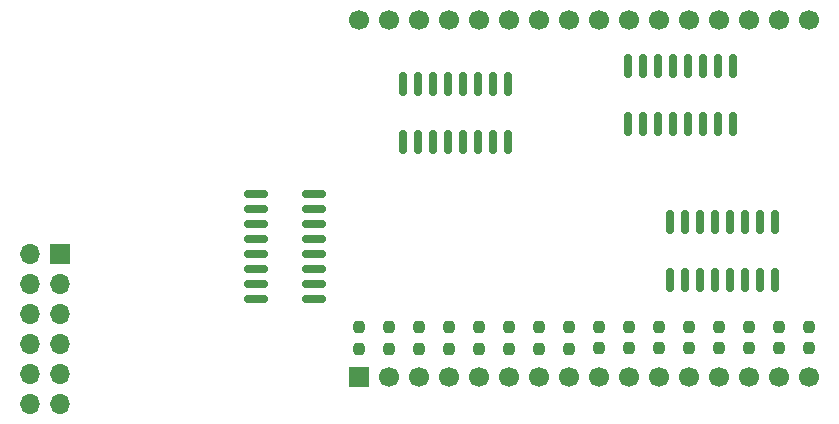
<source format=gbr>
%TF.GenerationSoftware,KiCad,Pcbnew,7.0.2*%
%TF.CreationDate,2023-08-12T01:35:25+09:00*%
%TF.ProjectId,Pmod_Matrix256,506d6f64-5f4d-4617-9472-69783235362e,rev?*%
%TF.SameCoordinates,Original*%
%TF.FileFunction,Soldermask,Top*%
%TF.FilePolarity,Negative*%
%FSLAX46Y46*%
G04 Gerber Fmt 4.6, Leading zero omitted, Abs format (unit mm)*
G04 Created by KiCad (PCBNEW 7.0.2) date 2023-08-12 01:35:25*
%MOMM*%
%LPD*%
G01*
G04 APERTURE LIST*
G04 Aperture macros list*
%AMRoundRect*
0 Rectangle with rounded corners*
0 $1 Rounding radius*
0 $2 $3 $4 $5 $6 $7 $8 $9 X,Y pos of 4 corners*
0 Add a 4 corners polygon primitive as box body*
4,1,4,$2,$3,$4,$5,$6,$7,$8,$9,$2,$3,0*
0 Add four circle primitives for the rounded corners*
1,1,$1+$1,$2,$3*
1,1,$1+$1,$4,$5*
1,1,$1+$1,$6,$7*
1,1,$1+$1,$8,$9*
0 Add four rect primitives between the rounded corners*
20,1,$1+$1,$2,$3,$4,$5,0*
20,1,$1+$1,$4,$5,$6,$7,0*
20,1,$1+$1,$6,$7,$8,$9,0*
20,1,$1+$1,$8,$9,$2,$3,0*%
G04 Aperture macros list end*
%ADD10RoundRect,0.237500X0.237500X-0.250000X0.237500X0.250000X-0.237500X0.250000X-0.237500X-0.250000X0*%
%ADD11RoundRect,0.150000X0.150000X-0.825000X0.150000X0.825000X-0.150000X0.825000X-0.150000X-0.825000X0*%
%ADD12RoundRect,0.150000X-0.150000X0.825000X-0.150000X-0.825000X0.150000X-0.825000X0.150000X0.825000X0*%
%ADD13R,1.700000X1.700000*%
%ADD14O,1.700000X1.700000*%
%ADD15C,1.700000*%
%ADD16RoundRect,0.150000X0.825000X0.150000X-0.825000X0.150000X-0.825000X-0.150000X0.825000X-0.150000X0*%
G04 APERTURE END LIST*
D10*
%TO.C,R5*%
X136144000Y-127404500D03*
X136144000Y-125579500D03*
%TD*%
%TO.C,R7*%
X141224000Y-127404500D03*
X141224000Y-125579500D03*
%TD*%
D11*
%TO.C,U3*%
X152273000Y-121601000D03*
X153543000Y-121601000D03*
X154813000Y-121601000D03*
X156083000Y-121601000D03*
X157353000Y-121601000D03*
X158623000Y-121601000D03*
X159893000Y-121601000D03*
X161163000Y-121601000D03*
X161163000Y-116651000D03*
X159893000Y-116651000D03*
X158623000Y-116651000D03*
X157353000Y-116651000D03*
X156083000Y-116651000D03*
X154813000Y-116651000D03*
X153543000Y-116651000D03*
X152273000Y-116651000D03*
%TD*%
D10*
%TO.C,R4*%
X133604000Y-127404500D03*
X133604000Y-125579500D03*
%TD*%
%TO.C,R9*%
X146304000Y-127384500D03*
X146304000Y-125559500D03*
%TD*%
D12*
%TO.C,U5*%
X138557000Y-104967000D03*
X137287000Y-104967000D03*
X136017000Y-104967000D03*
X134747000Y-104967000D03*
X133477000Y-104967000D03*
X132207000Y-104967000D03*
X130937000Y-104967000D03*
X129667000Y-104967000D03*
X129667000Y-109917000D03*
X130937000Y-109917000D03*
X132207000Y-109917000D03*
X133477000Y-109917000D03*
X134747000Y-109917000D03*
X136017000Y-109917000D03*
X137287000Y-109917000D03*
X138557000Y-109917000D03*
%TD*%
D10*
%TO.C,R1*%
X125984000Y-127404500D03*
X125984000Y-125579500D03*
%TD*%
%TO.C,R2*%
X128524000Y-127404500D03*
X128524000Y-125579500D03*
%TD*%
%TO.C,R10*%
X148844000Y-127384500D03*
X148844000Y-125559500D03*
%TD*%
%TO.C,R16*%
X164084000Y-127384500D03*
X164084000Y-125559500D03*
%TD*%
%TO.C,R14*%
X159004000Y-127384500D03*
X159004000Y-125559500D03*
%TD*%
%TO.C,R15*%
X161544000Y-127384500D03*
X161544000Y-125559500D03*
%TD*%
%TO.C,R11*%
X151384000Y-127384500D03*
X151384000Y-125559500D03*
%TD*%
%TO.C,R3*%
X131064000Y-127404500D03*
X131064000Y-125579500D03*
%TD*%
D12*
%TO.C,U4*%
X157607000Y-103443000D03*
X156337000Y-103443000D03*
X155067000Y-103443000D03*
X153797000Y-103443000D03*
X152527000Y-103443000D03*
X151257000Y-103443000D03*
X149987000Y-103443000D03*
X148717000Y-103443000D03*
X148717000Y-108393000D03*
X149987000Y-108393000D03*
X151257000Y-108393000D03*
X152527000Y-108393000D03*
X153797000Y-108393000D03*
X155067000Y-108393000D03*
X156337000Y-108393000D03*
X157607000Y-108393000D03*
%TD*%
D10*
%TO.C,R8*%
X143764000Y-127404500D03*
X143764000Y-125579500D03*
%TD*%
D13*
%TO.C,J1*%
X100646000Y-119380000D03*
D14*
X100646000Y-121920000D03*
X100646000Y-124460000D03*
X100646000Y-127000000D03*
X100646000Y-129540000D03*
X100646000Y-132080000D03*
X98106000Y-119380000D03*
X98106000Y-121920000D03*
X98106000Y-124460000D03*
X98106000Y-127000000D03*
X98106000Y-129540000D03*
X98106000Y-132080000D03*
%TD*%
D10*
%TO.C,R13*%
X156464000Y-127384500D03*
X156464000Y-125559500D03*
%TD*%
D13*
%TO.C,U1*%
X125984000Y-129828000D03*
D15*
X128524000Y-129828000D03*
X131064000Y-129828000D03*
X133604000Y-129828000D03*
X136144000Y-129828000D03*
X138684000Y-129828000D03*
X141224000Y-129828000D03*
X143764000Y-129828000D03*
X146304000Y-129828000D03*
X148844000Y-129828000D03*
X151384000Y-129828000D03*
X153924000Y-129828000D03*
X156464000Y-129828000D03*
X159004000Y-129828000D03*
X161544000Y-129828000D03*
X164084000Y-129828000D03*
X164084000Y-99568000D03*
X161544000Y-99568000D03*
X159004000Y-99568000D03*
X156464000Y-99568000D03*
X153924000Y-99568000D03*
X151384000Y-99568000D03*
X148844000Y-99568000D03*
X146304000Y-99568000D03*
X143764000Y-99568000D03*
X141224000Y-99568000D03*
X138684000Y-99568000D03*
X136144000Y-99568000D03*
X133604000Y-99568000D03*
X131064000Y-99568000D03*
X128524000Y-99568000D03*
X125984000Y-99568000D03*
%TD*%
D10*
%TO.C,R6*%
X138684000Y-127404500D03*
X138684000Y-125579500D03*
%TD*%
D16*
%TO.C,U2*%
X122174000Y-123190000D03*
X122174000Y-121920000D03*
X122174000Y-120650000D03*
X122174000Y-119380000D03*
X122174000Y-118110000D03*
X122174000Y-116840000D03*
X122174000Y-115570000D03*
X122174000Y-114300000D03*
X117224000Y-114300000D03*
X117224000Y-115570000D03*
X117224000Y-116840000D03*
X117224000Y-118110000D03*
X117224000Y-119380000D03*
X117224000Y-120650000D03*
X117224000Y-121920000D03*
X117224000Y-123190000D03*
%TD*%
D10*
%TO.C,R12*%
X153924000Y-127384500D03*
X153924000Y-125559500D03*
%TD*%
M02*

</source>
